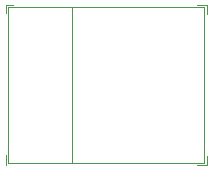
<source format=gbr>
%TF.GenerationSoftware,KiCad,Pcbnew,7.0.10*%
%TF.CreationDate,2024-04-18T15:46:53+08:00*%
%TF.ProjectId,esp32c3-vertical,65737033-3263-4332-9d76-657274696361,rev?*%
%TF.SameCoordinates,Original*%
%TF.FileFunction,Legend,Top*%
%TF.FilePolarity,Positive*%
%FSLAX46Y46*%
G04 Gerber Fmt 4.6, Leading zero omitted, Abs format (unit mm)*
G04 Created by KiCad (PCBNEW 7.0.10) date 2024-04-18 15:46:53*
%MOMM*%
%LPD*%
G01*
G04 APERTURE LIST*
G04 Aperture macros list*
%AMFreePoly0*
4,1,6,0.725000,-0.725000,-0.725000,-0.725000,-0.725000,0.125000,-0.125000,0.725000,0.725000,0.725000,0.725000,-0.725000,0.725000,-0.725000,$1*%
G04 Aperture macros list end*
%ADD10C,0.120000*%
%ADD11R,1.000000X2.000000*%
%ADD12R,0.400000X0.800000*%
%ADD13R,0.800000X0.400000*%
%ADD14FreePoly0,90.000000*%
%ADD15R,1.450000X1.450000*%
%ADD16R,0.700000X0.700000*%
G04 APERTURE END LIST*
D10*
%TO.C,U2*%
X16450000Y3325000D02*
X17250000Y3325000D01*
X17250000Y3325000D02*
X17250000Y4125000D01*
X450000Y3525000D02*
X450000Y16725000D01*
X5850000Y3525000D02*
X5850000Y16725000D01*
X17050000Y3525000D02*
X450000Y3525000D01*
X250000Y4200000D02*
X250000Y3350000D01*
X250000Y16175000D02*
X250000Y16925000D01*
X450000Y16725000D02*
X17050000Y16725000D01*
X17050000Y16725000D02*
X17050000Y3525000D01*
X250000Y16925000D02*
X850000Y16925000D01*
X16450000Y16925000D02*
X17250000Y16925000D01*
X17250000Y16925000D02*
X17250000Y16125000D01*
%TD*%
%LPC*%
D11*
%TO.C,J8*%
X15700000Y1300000D03*
%TD*%
%TO.C,J7*%
X13700000Y1300000D03*
%TD*%
%TO.C,J6*%
X11728570Y1300000D03*
%TD*%
%TO.C,J5*%
X9800000Y1300000D03*
%TD*%
%TO.C,J4*%
X7800000Y1300000D03*
%TD*%
%TO.C,J3*%
X5700000Y1300000D03*
%TD*%
%TO.C,J2*%
X3785714Y1300000D03*
%TD*%
%TO.C,J1*%
X1800000Y1300000D03*
%TD*%
D12*
%TO.C,U2*%
X7450000Y4225000D03*
X8250000Y4225000D03*
X9050000Y4225000D03*
X9850000Y4225000D03*
X10650000Y4225000D03*
X11450000Y4225000D03*
X12250000Y4225000D03*
X13050000Y4225000D03*
X13850000Y4225000D03*
X14650000Y4225000D03*
X15450000Y4225000D03*
D13*
X16350000Y5325000D03*
X16350000Y6125000D03*
X16350000Y6925000D03*
X16350000Y7725000D03*
X16350000Y8525000D03*
X16350000Y9325000D03*
X16350000Y10125000D03*
X16350000Y10925000D03*
X16350000Y11725000D03*
X16350000Y12525000D03*
X16350000Y13325000D03*
X16350000Y14125000D03*
X16350000Y14925000D03*
D12*
X15450000Y16025000D03*
X14650000Y16025000D03*
X13850000Y16025000D03*
X13050000Y16025000D03*
X12250000Y16025000D03*
X11450000Y16025000D03*
X10650000Y16025000D03*
X9850000Y16025000D03*
X9050000Y16025000D03*
X8250000Y16025000D03*
X7450000Y16025000D03*
D13*
X6550000Y14925000D03*
X6550000Y14125000D03*
X6550000Y13325000D03*
X6550000Y12525000D03*
X6550000Y11725000D03*
X6550000Y10925000D03*
X6550000Y10125000D03*
X6550000Y9325000D03*
X6550000Y8525000D03*
X6550000Y7725000D03*
X6550000Y6925000D03*
X6550000Y6125000D03*
X6550000Y5325000D03*
D14*
X9475000Y8150000D03*
D15*
X11450000Y8150000D03*
X13425000Y8150000D03*
X9475000Y10125000D03*
X11450000Y10125000D03*
X13425000Y10125000D03*
X9475000Y12100000D03*
X11450000Y12100000D03*
X13425000Y12100000D03*
D16*
X6500000Y16075000D03*
X16400000Y16075000D03*
X16400000Y4175000D03*
X6500000Y4175000D03*
%TD*%
%LPD*%
M02*

</source>
